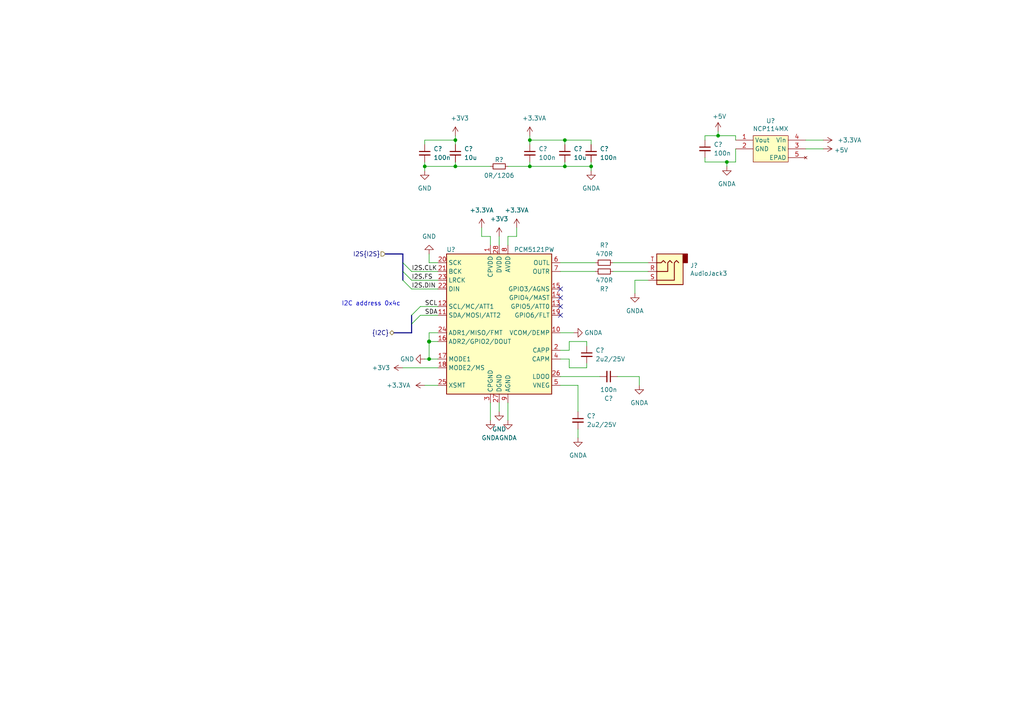
<source format=kicad_sch>
(kicad_sch (version 20201015) (generator eeschema)
  (paper "A4")
  (lib_symbols
    (symbol "Audio:PCM5121PW"
      (property "Reference" "U" (at -13.97 21.59 0))
      (property "Value" "PCM5121PW" (at 10.16 21.59 0))
      (symbol "PCM5121PW_0_1"
        (rectangle (start -15.24 20.32) (end 15.24 -20.32) (stroke (width 0.254)) (fill (type background)))
      )
      (symbol "PCM5121PW_1_1"
        (pin power_in line (at -2.54 22.86 270) (length 2.54) (name "CPVDD") (number "1"))
        (pin bidirectional line (at 17.78 -2.54 180) (length 2.54) (name "VCOM/DEMP") (number "10"))
        (pin bidirectional line (at -17.78 2.54 0) (length 2.54) (name "SDA/MOSI/ATT2") (number "11"))
        (pin input line (at -17.78 5.08 0) (length 2.54) (name "SCL/MC/ATT1") (number "12"))
        (pin bidirectional line (at 17.78 5.08 180) (length 2.54) (name "GPIO5/ATT0") (number "13"))
        (pin bidirectional line (at 17.78 7.62 180) (length 2.54) (name "GPIO4/MAST") (number "14"))
        (pin bidirectional line (at 17.78 10.16 180) (length 2.54) (name "GPIO3/AGNS") (number "15"))
        (pin bidirectional line (at -17.78 -5.08 0) (length 2.54) (name "ADR2/GPIO2/DOUT") (number "16"))
        (pin input line (at -17.78 -10.16 0) (length 2.54) (name "MODE1") (number "17"))
        (pin input line (at -17.78 -12.7 0) (length 2.54) (name "MODE2/MS") (number "18"))
        (pin bidirectional line (at 17.78 2.54 180) (length 2.54) (name "GPIO6/FLT") (number "19"))
        (pin passive line (at 17.78 -7.62 180) (length 2.54) (name "CAPP") (number "2"))
        (pin input line (at -17.78 17.78 0) (length 2.54) (name "SCK") (number "20"))
        (pin bidirectional line (at -17.78 15.24 0) (length 2.54) (name "BCK") (number "21"))
        (pin input line (at -17.78 10.16 0) (length 2.54) (name "DIN") (number "22"))
        (pin bidirectional line (at -17.78 12.7 0) (length 2.54) (name "LRCK") (number "23"))
        (pin bidirectional line (at -17.78 -2.54 0) (length 2.54) (name "ADR1/MISO/FMT") (number "24"))
        (pin input line (at -17.78 -17.78 0) (length 2.54) (name "XSMT") (number "25"))
        (pin passive line (at 17.78 -15.24 180) (length 2.54) (name "LDOO") (number "26"))
        (pin power_in line (at 0 -22.86 90) (length 2.54) (name "DGND") (number "27"))
        (pin power_in line (at 0 22.86 270) (length 2.54) (name "DVDD") (number "28"))
        (pin power_in line (at -2.54 -22.86 90) (length 2.54) (name "CPGND") (number "3"))
        (pin passive line (at 17.78 -10.16 180) (length 2.54) (name "CAPM") (number "4"))
        (pin passive line (at 17.78 -17.78 180) (length 2.54) (name "VNEG") (number "5"))
        (pin output line (at 17.78 17.78 180) (length 2.54) (name "OUTL") (number "6"))
        (pin output line (at 17.78 15.24 180) (length 2.54) (name "OUTR") (number "7"))
        (pin power_in line (at 2.54 22.86 270) (length 2.54) (name "AVDD") (number "8"))
        (pin power_in line (at 2.54 -22.86 90) (length 2.54) (name "AGND") (number "9"))
      )
    )
    (symbol "Connector:AudioJack3"
      (property "Reference" "J" (at 0 8.89 0))
      (property "Value" "AudioJack3" (at 0 6.35 0))
      (symbol "AudioJack3_0_1"
        (rectangle (start -5.08 -5.08) (end -6.35 -2.54) (stroke (width 0.254)) (fill (type outline)))
        (rectangle (start 2.54 3.81) (end -5.08 -5.08) (stroke (width 0.254)) (fill (type background)))
        (polyline (pts (xy 0 -2.54) (xy 0.635 -3.175) (xy 1.27 -2.54) (xy 2.54 -2.54)) (stroke (width 0.254)))
        (polyline (pts (xy -1.905 -2.54) (xy -1.27 -3.175) (xy -0.635 -2.54) (xy -0.635 0) (xy 2.54 0)) (stroke (width 0.254)))
        (polyline (pts (xy 2.54 2.54) (xy -2.54 2.54) (xy -2.54 -2.54) (xy -3.175 -3.175) (xy -3.81 -2.54)) (stroke (width 0.254)))
      )
      (symbol "AudioJack3_1_1"
        (pin passive line (at 5.08 0 180) (length 2.54) (name "~") (number "R"))
        (pin passive line (at 5.08 2.54 180) (length 2.54) (name "~") (number "S"))
        (pin passive line (at 5.08 -2.54 180) (length 2.54) (name "~") (number "T"))
      )
    )
    (symbol "Device:C_Small" (pin_numbers hide) (pin_names (offset 0.254) hide)
      (property "Reference" "C" (at 0.254 1.778 0))
      (property "Value" "C_Small" (at 0.254 -2.032 0))
      (symbol "C_Small_0_1"
        (polyline (pts (xy -1.524 -0.508) (xy 1.524 -0.508)) (stroke (width 0.3302)))
        (polyline (pts (xy -1.524 0.508) (xy 1.524 0.508)) (stroke (width 0.3048)))
      )
      (symbol "C_Small_1_1"
        (pin passive line (at 0 2.54 270) (length 2.032) (name "~") (number "1"))
        (pin passive line (at 0 -2.54 90) (length 2.032) (name "~") (number "2"))
      )
    )
    (symbol "Device:R_Small" (pin_numbers hide) (pin_names (offset 0.254) hide)
      (property "Reference" "R" (at 0.762 0.508 0))
      (property "Value" "R_Small" (at 0.762 -1.016 0))
      (symbol "R_Small_0_1"
        (rectangle (start -0.762 1.778) (end 0.762 -1.778) (stroke (width 0.2032)))
      )
      (symbol "R_Small_1_1"
        (pin passive line (at 0 2.54 270) (length 0.762) (name "~") (number "1"))
        (pin passive line (at 0 -2.54 90) (length 0.762) (name "~") (number "2"))
      )
    )
    (symbol "custom:NCP114MX"
      (property "Reference" "U" (at 0 3.81 0))
      (property "Value" "NCP114MX" (at 0 -6.35 0))
      (symbol "NCP114MX_0_1"
        (rectangle (start -5.08 2.54) (end 5.08 -5.08) (fill (type background)))
      )
      (symbol "NCP114MX_1_1"
        (pin input line (at -10.16 1.27 0) (length 5.08) (name "Vout") (number "1"))
        (pin input line (at -10.16 -1.27 0) (length 5.08) (name "GND") (number "2"))
        (pin input line (at 10.16 -1.27 180) (length 5.08) (name "EN") (number "3"))
        (pin input line (at 10.16 1.27 180) (length 5.08) (name "Vin") (number "4"))
        (pin unconnected line (at 10.16 -3.81 180) (length 5.08) (name "EPAD") (number "5"))
      )
    )
    (symbol "power:+3.3V" (power) (pin_names (offset 0))
      (property "Value" "+3.3V" (at 0 3.556 0))
      (symbol "+3.3V_0_1"
        (polyline (pts (xy -0.762 1.27) (xy 0 2.54)))
        (polyline (pts (xy 0 0) (xy 0 2.54)))
        (polyline (pts (xy 0 2.54) (xy 0.762 1.27)))
      )
      (symbol "+3.3V_1_1"
        (pin power_in line (at 0 0 90) (length 0) hide (name "+3V3") (number "1"))
      )
    )
    (symbol "power:+3.3VA" (power) (pin_names (offset 0))
      (property "Value" "+3.3VA" (at 0 3.556 0))
      (symbol "+3.3VA_0_1"
        (polyline (pts (xy -0.762 1.27) (xy 0 2.54)))
        (polyline (pts (xy 0 0) (xy 0 2.54)))
        (polyline (pts (xy 0 2.54) (xy 0.762 1.27)))
      )
      (symbol "+3.3VA_1_1"
        (pin power_in line (at 0 0 90) (length 0) hide (name "+3.3VA") (number "1"))
      )
    )
    (symbol "power:+5V" (power) (pin_names (offset 0))
      (property "Value" "+5V" (at 0 3.556 0))
      (symbol "+5V_0_1"
        (polyline (pts (xy -0.762 1.27) (xy 0 2.54)))
        (polyline (pts (xy 0 0) (xy 0 2.54)))
        (polyline (pts (xy 0 2.54) (xy 0.762 1.27)))
      )
      (symbol "+5V_1_1"
        (pin power_in line (at 0 0 90) (length 0) hide (name "+5V") (number "1"))
      )
    )
    (symbol "power:GND" (power) (pin_names (offset 0))
      (property "Value" "GND" (at 0 -3.81 0))
      (symbol "GND_0_1"
        (polyline (pts (xy 0 0) (xy 0 -1.27) (xy 1.27 -1.27) (xy 0 -2.54) (xy -1.27 -1.27) (xy 0 -1.27)))
      )
      (symbol "GND_1_1"
        (pin power_in line (at 0 0 270) (length 0) hide (name "GND") (number "1"))
      )
    )
    (symbol "power:GNDA" (power) (pin_names (offset 0))
      (property "Value" "GNDA" (at 0 -3.81 0))
      (symbol "GNDA_0_1"
        (polyline (pts (xy 0 0) (xy 0 -1.27) (xy 1.27 -1.27) (xy 0 -2.54) (xy -1.27 -1.27) (xy 0 -1.27)))
      )
      (symbol "GNDA_1_1"
        (pin power_in line (at 0 0 270) (length 0) hide (name "GNDA") (number "1"))
      )
    )
  )
  (bus_alias "I2S" (members "CLK" "FS" "DIN"))
  (junction (at 123.19 48.26) (diameter 0.9144))
  (junction (at 124.46 99.06) (diameter 1.016))
  (junction (at 124.46 104.14) (diameter 0.9144))
  (junction (at 132.08 40.64) (diameter 0.9144))
  (junction (at 132.08 48.26) (diameter 0.9144))
  (junction (at 153.67 40.64) (diameter 0.9144))
  (junction (at 153.67 48.26) (diameter 0.9144))
  (junction (at 163.83 40.64) (diameter 0.9144))
  (junction (at 163.83 48.26) (diameter 0.9144))
  (junction (at 171.45 48.26) (diameter 0.9144))
  (junction (at 208.28 39.37) (diameter 0.9144))
  (junction (at 210.82 46.99) (diameter 0.9144))
  (no_connect (at 162.56 86.36))
  (no_connect (at 162.56 88.9))
  (no_connect (at 162.56 83.82))
  (no_connect (at 162.56 91.44))
  (bus_entry (at 116.84 76.2) (size 2.54 2.54) (stroke (width 0.1524)))
  (bus_entry (at 116.84 78.74) (size 2.54 2.54) (stroke (width 0.1524)))
  (bus_entry (at 116.84 81.28) (size 2.54 2.54) (stroke (width 0.1524)))
  (bus_entry (at 119.38 91.44) (size 2.54 -2.54) (stroke (width 0.1524)))
  (bus_entry (at 119.38 93.98) (size 2.54 -2.54) (stroke (width 0.1524)))
  (wire (pts (xy 116.84 106.68) (xy 127 106.68)))
  (wire (pts (xy 119.38 78.74) (xy 127 78.74)))
  (wire (pts (xy 119.38 81.28) (xy 127 81.28)))
  (wire (pts (xy 119.38 83.82) (xy 127 83.82)))
  (wire (pts (xy 121.92 88.9) (xy 127 88.9)))
  (wire (pts (xy 121.92 91.44) (xy 127 91.44)))
  (wire (pts (xy 123.19 40.64) (xy 132.08 40.64)))
  (wire (pts (xy 123.19 41.91) (xy 123.19 40.64)))
  (wire (pts (xy 123.19 46.99) (xy 123.19 48.26)))
  (wire (pts (xy 123.19 48.26) (xy 123.19 49.53)))
  (wire (pts (xy 123.19 48.26) (xy 132.08 48.26)))
  (wire (pts (xy 123.19 104.14) (xy 124.46 104.14)))
  (wire (pts (xy 123.19 111.76) (xy 127 111.76)))
  (wire (pts (xy 124.46 73.66) (xy 124.46 76.2)))
  (wire (pts (xy 124.46 96.52) (xy 124.46 99.06)))
  (wire (pts (xy 124.46 99.06) (xy 124.46 104.14)))
  (wire (pts (xy 127 76.2) (xy 124.46 76.2)))
  (wire (pts (xy 127 96.52) (xy 124.46 96.52)))
  (wire (pts (xy 127 99.06) (xy 124.46 99.06)))
  (wire (pts (xy 127 104.14) (xy 124.46 104.14)))
  (wire (pts (xy 132.08 39.37) (xy 132.08 40.64)))
  (wire (pts (xy 132.08 40.64) (xy 132.08 41.91)))
  (wire (pts (xy 132.08 46.99) (xy 132.08 48.26)))
  (wire (pts (xy 132.08 48.26) (xy 142.24 48.26)))
  (wire (pts (xy 139.7 68.58) (xy 139.7 66.04)))
  (wire (pts (xy 142.24 68.58) (xy 139.7 68.58)))
  (wire (pts (xy 142.24 71.12) (xy 142.24 68.58)))
  (wire (pts (xy 142.24 116.84) (xy 142.24 121.92)))
  (wire (pts (xy 144.78 71.12) (xy 144.78 68.58)))
  (wire (pts (xy 144.78 116.84) (xy 144.78 119.38)))
  (wire (pts (xy 147.32 48.26) (xy 153.67 48.26)))
  (wire (pts (xy 147.32 68.58) (xy 149.86 68.58)))
  (wire (pts (xy 147.32 71.12) (xy 147.32 68.58)))
  (wire (pts (xy 147.32 116.84) (xy 147.32 121.92)))
  (wire (pts (xy 149.86 68.58) (xy 149.86 66.04)))
  (wire (pts (xy 153.67 39.37) (xy 153.67 40.64)))
  (wire (pts (xy 153.67 40.64) (xy 153.67 41.91)))
  (wire (pts (xy 153.67 40.64) (xy 163.83 40.64)))
  (wire (pts (xy 153.67 46.99) (xy 153.67 48.26)))
  (wire (pts (xy 153.67 48.26) (xy 163.83 48.26)))
  (wire (pts (xy 162.56 76.2) (xy 172.72 76.2)))
  (wire (pts (xy 162.56 78.74) (xy 172.72 78.74)))
  (wire (pts (xy 162.56 96.52) (xy 166.37 96.52)))
  (wire (pts (xy 162.56 101.6) (xy 165.1 101.6)))
  (wire (pts (xy 162.56 104.14) (xy 165.1 104.14)))
  (wire (pts (xy 162.56 109.22) (xy 173.99 109.22)))
  (wire (pts (xy 162.56 111.76) (xy 167.64 111.76)))
  (wire (pts (xy 163.83 40.64) (xy 163.83 41.91)))
  (wire (pts (xy 163.83 48.26) (xy 163.83 46.99)))
  (wire (pts (xy 163.83 48.26) (xy 171.45 48.26)))
  (wire (pts (xy 165.1 99.06) (xy 170.18 99.06)))
  (wire (pts (xy 165.1 101.6) (xy 165.1 99.06)))
  (wire (pts (xy 165.1 104.14) (xy 165.1 106.68)))
  (wire (pts (xy 165.1 106.68) (xy 170.18 106.68)))
  (wire (pts (xy 167.64 111.76) (xy 167.64 119.38)))
  (wire (pts (xy 167.64 124.46) (xy 167.64 127)))
  (wire (pts (xy 170.18 99.06) (xy 170.18 100.33)))
  (wire (pts (xy 170.18 106.68) (xy 170.18 105.41)))
  (wire (pts (xy 171.45 40.64) (xy 163.83 40.64)))
  (wire (pts (xy 171.45 41.91) (xy 171.45 40.64)))
  (wire (pts (xy 171.45 46.99) (xy 171.45 48.26)))
  (wire (pts (xy 171.45 48.26) (xy 171.45 49.53)))
  (wire (pts (xy 177.8 76.2) (xy 187.96 76.2)))
  (wire (pts (xy 177.8 78.74) (xy 187.96 78.74)))
  (wire (pts (xy 179.07 109.22) (xy 185.42 109.22)))
  (wire (pts (xy 184.15 81.28) (xy 184.15 85.09)))
  (wire (pts (xy 185.42 109.22) (xy 185.42 111.76)))
  (wire (pts (xy 187.96 81.28) (xy 184.15 81.28)))
  (wire (pts (xy 204.47 39.37) (xy 204.47 40.64)))
  (wire (pts (xy 204.47 45.72) (xy 204.47 46.99)))
  (wire (pts (xy 204.47 46.99) (xy 210.82 46.99)))
  (wire (pts (xy 208.28 38.1) (xy 208.28 39.37)))
  (wire (pts (xy 208.28 39.37) (xy 204.47 39.37)))
  (wire (pts (xy 210.82 46.99) (xy 210.82 48.26)))
  (wire (pts (xy 210.82 46.99) (xy 213.36 46.99)))
  (wire (pts (xy 213.36 39.37) (xy 208.28 39.37)))
  (wire (pts (xy 213.36 40.64) (xy 213.36 39.37)))
  (wire (pts (xy 213.36 46.99) (xy 213.36 43.18)))
  (wire (pts (xy 233.68 40.64) (xy 238.76 40.64)))
  (wire (pts (xy 233.68 43.18) (xy 238.76 43.18)))
  (bus (pts (xy 111.76 73.66) (xy 116.84 73.66)))
  (bus (pts (xy 114.3 96.52) (xy 119.38 96.52)))
  (bus (pts (xy 116.84 73.66) (xy 116.84 76.2)))
  (bus (pts (xy 116.84 76.2) (xy 116.84 78.74)))
  (bus (pts (xy 116.84 78.74) (xy 116.84 81.28)))
  (bus (pts (xy 119.38 91.44) (xy 119.38 93.98)))
  (bus (pts (xy 119.38 93.98) (xy 119.38 96.52)))
  (text "I2C address 0x4c" (at 99.06 88.9 0) (effects (font (size 1.27 1.27)) (justify left bottom)))
  (label "I2S.CLK" (at 119.38 78.74 0))
  (label "I2S.FS" (at 119.38 81.28 0))
  (label "I2S.DIN" (at 119.38 83.82 0))
  (label "SCL" (at 123.19 88.9 0))
  (label "SDA" (at 123.19 91.44 0))
  (hierarchical_label "I2S{I2S}" (shape input) (at 111.76 73.66 180))
  (hierarchical_label "{I2C}" (shape bidirectional) (at 114.3 96.52 180))
  (symbol (lib_id "power:+3.3V") (at 116.84 106.68 90) (unit 1)
    (property "Reference" "#PWR?" (effects hide))
    (property "Value" "+3.3V" (at 110.49 106.68 90))
  )
  (symbol (lib_id "power:+3.3VA") (at 123.19 111.76 90) (unit 1)
    (property "Reference" "#PWR?" (effects hide))
    (property "Value" "+3.3VA" (at 115.57 111.76 90))
  )
  (symbol (lib_id "power:+3.3V") (at 132.08 39.37 0) (unit 1)
    (property "Reference" "#PWR?" (effects hide))
    (property "Value" "+3.3V" (at 133.35 34.29 0))
  )
  (symbol (lib_id "power:+3.3VA") (at 139.7 66.04 0) (unit 1)
    (property "Reference" "#PWR?" (effects hide))
    (property "Value" "+3.3VA" (at 139.7 60.96 0))
  )
  (symbol (lib_id "power:+3.3V") (at 144.78 68.58 0) (unit 1)
    (property "Reference" "#PWR?" (effects hide))
    (property "Value" "+3.3V" (at 144.78 63.5 0))
  )
  (symbol (lib_id "power:+3.3VA") (at 149.86 66.04 0) (unit 1)
    (property "Reference" "#PWR?" (effects hide))
    (property "Value" "+3.3VA" (at 149.86 60.96 0))
  )
  (symbol (lib_id "power:+3.3VA") (at 153.67 39.37 0) (unit 1)
    (property "Reference" "#PWR?" (effects hide))
    (property "Value" "+3.3VA" (at 154.94 34.29 0))
  )
  (symbol (lib_id "power:+5V") (at 208.28 38.1 0) (unit 1)
    (property "Reference" "#PWR?" (effects hide))
    (property "Value" "+5V" (at 208.6483 33.7756 0))
  )
  (symbol (lib_id "power:+3.3VA") (at 238.76 40.64 270) (unit 1)
    (property "Reference" "#PWR?" (effects hide))
    (property "Value" "+3.3VA" (at 246.38 40.64 90))
  )
  (symbol (lib_id "power:+5V") (at 238.76 43.18 270) (unit 1)
    (property "Reference" "#PWR?" (effects hide))
    (property "Value" "+5V" (at 241.9351 43.5483 90) (effects (justify left)))
  )
  (symbol (lib_id "power:GND") (at 123.19 49.53 0) (unit 1)
    (property "Reference" "#PWR?" (effects hide))
    (property "Value" "GND" (at 123.19 54.61 0))
  )
  (symbol (lib_id "power:GND") (at 123.19 104.14 270) (unit 1)
    (property "Reference" "#PWR?" (effects hide))
    (property "Value" "GND" (at 118.11 104.14 90))
  )
  (symbol (lib_id "power:GND") (at 124.46 73.66 180) (unit 1)
    (property "Reference" "#PWR?" (effects hide))
    (property "Value" "GND" (at 124.46 68.58 0))
  )
  (symbol (lib_id "power:GNDA") (at 142.24 121.92 0) (unit 1)
    (property "Reference" "#PWR?" (effects hide))
    (property "Value" "GNDA" (at 142.24 127 0))
  )
  (symbol (lib_id "power:GND") (at 144.78 119.38 0) (unit 1)
    (property "Reference" "#PWR?" (effects hide))
    (property "Value" "GND" (at 144.78 124.46 0))
  )
  (symbol (lib_id "power:GNDA") (at 147.32 121.92 0) (unit 1)
    (property "Reference" "#PWR?" (effects hide))
    (property "Value" "GNDA" (at 147.32 127 0))
  )
  (symbol (lib_id "power:GNDA") (at 166.37 96.52 90) (unit 1)
    (property "Reference" "#PWR?" (effects hide))
    (property "Value" "GNDA" (at 172.085 96.52 90))
  )
  (symbol (lib_id "power:GNDA") (at 167.64 127 0) (unit 1)
    (property "Reference" "#PWR?" (effects hide))
    (property "Value" "GNDA" (at 167.64 132.08 0))
  )
  (symbol (lib_id "power:GNDA") (at 171.45 49.53 0) (unit 1)
    (property "Reference" "#PWR?" (effects hide))
    (property "Value" "GNDA" (at 171.45 54.61 0))
  )
  (symbol (lib_id "power:GNDA") (at 184.15 85.09 0) (unit 1)
    (property "Reference" "#PWR?" (effects hide))
    (property "Value" "GNDA" (at 184.15 90.17 0))
  )
  (symbol (lib_id "power:GNDA") (at 185.42 111.76 0) (unit 1)
    (property "Reference" "#PWR?" (effects hide))
    (property "Value" "GNDA" (at 185.42 116.84 0))
  )
  (symbol (lib_id "power:GNDA") (at 210.82 48.26 0) (unit 1)
    (property "Reference" "#PWR?" (effects hide))
    (property "Value" "GNDA" (at 210.82 53.34 0))
  )
  (symbol (lib_id "Device:R_Small") (at 144.78 48.26 270) (unit 1)
    (property "Reference" "R?" (at 144.78 46.3488 90))
    (property "Value" "0R/1206" (at 144.78 50.908 90))
  )
  (symbol (lib_id "Device:R_Small") (at 175.26 76.2 90) (unit 1)
    (property "Reference" "R?" (at 175.26 71.12 90))
    (property "Value" "470R" (at 175.26 73.66 90))
  )
  (symbol (lib_id "Device:R_Small") (at 175.26 78.74 90) (unit 1)
    (property "Reference" "R?" (at 175.26 83.82 90))
    (property "Value" "470R" (at 175.26 81.28 90))
  )
  (symbol (lib_id "Device:C_Small") (at 123.19 44.45 0) (unit 1)
    (property "Reference" "C?" (at 125.73 43.18 0) (effects (justify left)))
    (property "Value" "100n" (at 125.73 45.72 0) (effects (justify left)))
  )
  (symbol (lib_id "Device:C_Small") (at 132.08 44.45 0) (unit 1)
    (property "Reference" "C?" (at 134.62 43.18 0) (effects (justify left)))
    (property "Value" "10u" (at 134.62 45.72 0) (effects (justify left)))
  )
  (symbol (lib_id "Device:C_Small") (at 153.67 44.45 0) (unit 1)
    (property "Reference" "C?" (at 156.21 43.18 0) (effects (justify left)))
    (property "Value" "100n" (at 156.21 45.72 0) (effects (justify left)))
  )
  (symbol (lib_id "Device:C_Small") (at 163.83 44.45 0) (unit 1)
    (property "Reference" "C?" (at 166.37 43.18 0) (effects (justify left)))
    (property "Value" "10u" (at 166.37 45.72 0) (effects (justify left)))
  )
  (symbol (lib_id "Device:C_Small") (at 167.64 121.92 0) (mirror y) (unit 1)
    (property "Reference" "C?" (at 170.18 120.65 0) (effects (justify right)))
    (property "Value" "2u2/25V" (at 170.18 123.19 0) (effects (justify right)))
  )
  (symbol (lib_id "Device:C_Small") (at 170.18 102.87 0) (unit 1)
    (property "Reference" "C?" (at 172.72 101.6 0) (effects (justify left)))
    (property "Value" "2u2/25V" (at 172.72 104.14 0) (effects (justify left)))
  )
  (symbol (lib_id "Device:C_Small") (at 171.45 44.45 0) (unit 1)
    (property "Reference" "C?" (at 173.99 43.18 0) (effects (justify left)))
    (property "Value" "100n" (at 173.99 45.72 0) (effects (justify left)))
  )
  (symbol (lib_id "Device:C_Small") (at 176.53 109.22 270) (unit 1)
    (property "Reference" "C?" (at 176.53 115.57 90))
    (property "Value" "100n" (at 176.53 113.03 90))
  )
  (symbol (lib_id "Device:C_Small") (at 204.47 43.18 0) (unit 1)
    (property "Reference" "C?" (at 207.01 41.91 0) (effects (justify left)))
    (property "Value" "100n" (at 207.01 44.45 0) (effects (justify left)))
  )
  (symbol (lib_id "Connector:AudioJack3") (at 193.04 78.74 180) (unit 1)
    (property "Reference" "J?" (at 200.1521 77.0064 0) (effects (justify right)))
    (property "Value" "AudioJack3" (at 200.1521 79.3051 0) (effects (justify right)))
  )
  (symbol (lib_id "custom:NCP114MX") (at 223.52 41.91 0) (unit 1)
    (property "Reference" "U?" (at 223.52 35.0582 0))
    (property "Value" "NCP114MX" (at 223.52 37.3569 0))
  )
  (symbol (lib_id "Audio:PCM5121PW") (at 144.78 93.98 0) (unit 1)
    (property "Reference" "U?" (at 130.81 72.39 0))
    (property "Value" "PCM5121PW" (at 154.94 72.39 0))
    (property "Footprint" "Package_SO:TSSOP-28_4.4x9.7mm_P0.65mm" (effects hide))
    (property "Datasheet" "http://www.ti.com/lit/ds/symlink/pcm5121.pdf" (effects hide))
  )
)
</source>
